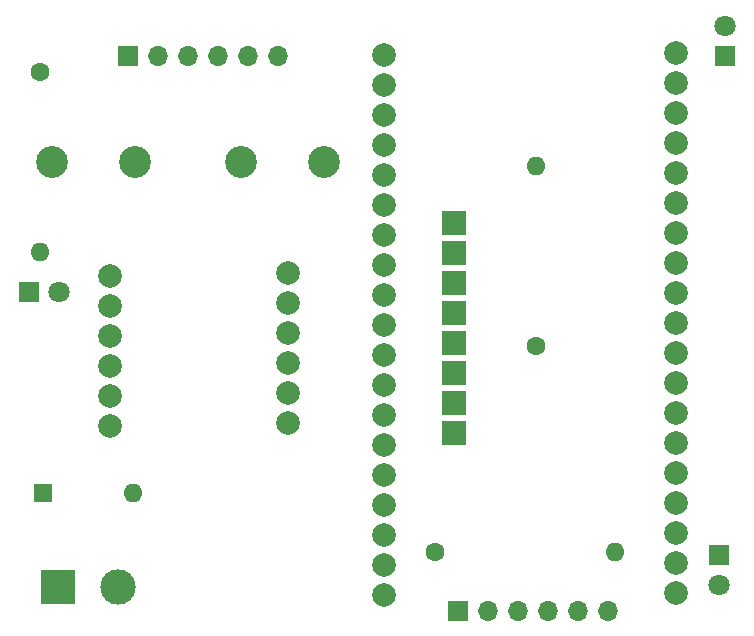
<source format=gbr>
%TF.GenerationSoftware,KiCad,Pcbnew,7.0.2*%
%TF.CreationDate,2023-08-19T23:37:56-03:00*%
%TF.ProjectId,Placa v1.1,506c6163-6120-4763-912e-312e6b696361,rev?*%
%TF.SameCoordinates,Original*%
%TF.FileFunction,Soldermask,Bot*%
%TF.FilePolarity,Negative*%
%FSLAX46Y46*%
G04 Gerber Fmt 4.6, Leading zero omitted, Abs format (unit mm)*
G04 Created by KiCad (PCBNEW 7.0.2) date 2023-08-19 23:37:56*
%MOMM*%
%LPD*%
G01*
G04 APERTURE LIST*
%ADD10R,1.800000X1.800000*%
%ADD11C,1.800000*%
%ADD12C,2.700000*%
%ADD13R,1.600000X1.600000*%
%ADD14O,1.600000X1.600000*%
%ADD15C,1.600000*%
%ADD16C,2.000000*%
%ADD17R,1.700000X1.700000*%
%ADD18O,1.700000X1.700000*%
%ADD19R,3.000000X3.000000*%
%ADD20C,3.000000*%
%ADD21R,2.000000X2.000000*%
G04 APERTURE END LIST*
D10*
%TO.C,D2*%
X190000000Y-43000000D03*
D11*
X190000000Y-40460000D03*
%TD*%
D10*
%TO.C,D4*%
X189489565Y-85273763D03*
D11*
X189489565Y-87813763D03*
%TD*%
D12*
%TO.C,FUS\u00CDVEL*%
X133000000Y-52000000D03*
X140000000Y-52000000D03*
X149000000Y-52000000D03*
X156000000Y-52000000D03*
%TD*%
D13*
%TO.C,B1*%
X132232500Y-80000000D03*
D14*
X139852500Y-80000000D03*
%TD*%
D15*
%TO.C,R2*%
X132000000Y-44380000D03*
D14*
X132000000Y-59620000D03*
%TD*%
D16*
%TO.C,U3*%
X161095000Y-42900000D03*
X161095000Y-45440000D03*
X161095000Y-47980000D03*
X161095000Y-50520000D03*
X161095000Y-53060000D03*
X161095000Y-55600000D03*
X161095000Y-58140000D03*
X161095000Y-60680000D03*
X161095000Y-63220000D03*
X161095000Y-65760000D03*
X161095000Y-68300000D03*
X161095000Y-70840000D03*
X161095000Y-73380000D03*
X161095000Y-75920000D03*
X161095000Y-78460000D03*
X161095000Y-81000000D03*
X161095000Y-83540000D03*
X161095000Y-86080000D03*
X161095000Y-88620000D03*
X185800000Y-42780000D03*
X185800000Y-45320000D03*
X185800000Y-47860000D03*
X185800000Y-50400000D03*
X185800000Y-52940000D03*
X185800000Y-55480000D03*
X185800000Y-58020000D03*
X185800000Y-60560000D03*
X185800000Y-63100000D03*
X185800000Y-65640000D03*
X185800000Y-68180000D03*
X185800000Y-70720000D03*
X185800000Y-73260000D03*
X185800000Y-75800000D03*
X185800000Y-78340000D03*
X185800000Y-80880000D03*
X185800000Y-83420000D03*
X185800000Y-85960000D03*
X185800000Y-88500000D03*
%TD*%
D17*
%TO.C,MOTOR2*%
X167380000Y-90000000D03*
D18*
X169920000Y-90000000D03*
X172460000Y-90000000D03*
X175000000Y-90000000D03*
X177540000Y-90000000D03*
X180080000Y-90000000D03*
%TD*%
D15*
%TO.C,R1*%
X174000000Y-67620000D03*
D14*
X174000000Y-52380000D03*
%TD*%
D17*
%TO.C,MOTOR1*%
X139380000Y-43000000D03*
D18*
X141920000Y-43000000D03*
X144460000Y-43000000D03*
X147000000Y-43000000D03*
X149540000Y-43000000D03*
X152080000Y-43000000D03*
%TD*%
D10*
%TO.C,D3*%
X131000000Y-63000000D03*
D11*
X133540000Y-63000000D03*
%TD*%
D19*
%TO.C,BATERIA*%
X133460000Y-88000000D03*
D20*
X138540000Y-88000000D03*
%TD*%
D15*
%TO.C,R3*%
X165380000Y-85000000D03*
D14*
X180620000Y-85000000D03*
%TD*%
D16*
%TO.C,DRV8833*%
X137920000Y-61620000D03*
X137920000Y-64160000D03*
X137920000Y-66700000D03*
X137920000Y-69240000D03*
X137920000Y-71780000D03*
X137920000Y-74320000D03*
X153000000Y-61380000D03*
X153000000Y-63920000D03*
X153000000Y-66460000D03*
X153000000Y-69000000D03*
X153000000Y-71540000D03*
X153000000Y-74080000D03*
%TD*%
D21*
%TO.C,MPU6050*%
X167000000Y-57205000D03*
X167000000Y-59745000D03*
X167000000Y-62285000D03*
X167000000Y-64825000D03*
X167000000Y-67365000D03*
X167000000Y-69905000D03*
X167000000Y-72445000D03*
X167000000Y-74985000D03*
%TD*%
M02*

</source>
